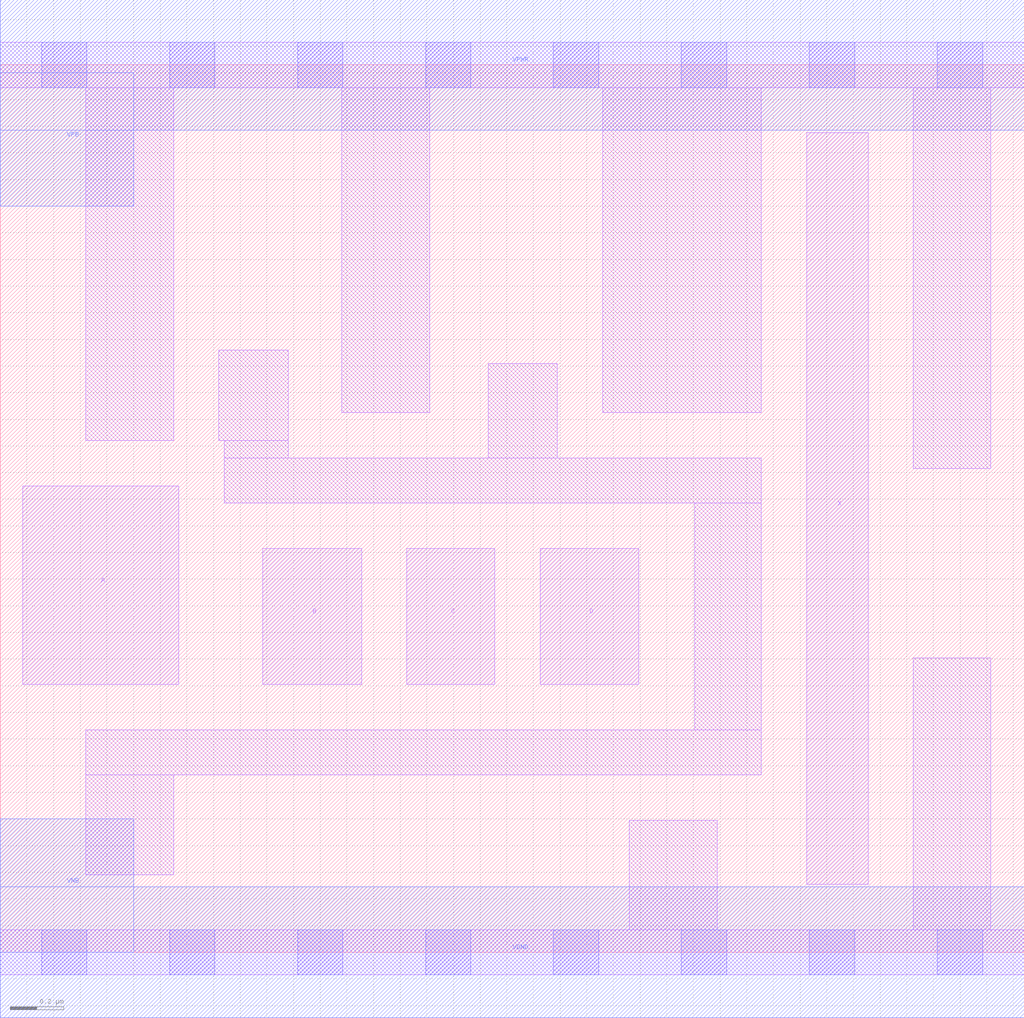
<source format=lef>
# Copyright 2020 The SkyWater PDK Authors
#
# Licensed under the Apache License, Version 2.0 (the "License");
# you may not use this file except in compliance with the License.
# You may obtain a copy of the License at
#
#     https://www.apache.org/licenses/LICENSE-2.0
#
# Unless required by applicable law or agreed to in writing, software
# distributed under the License is distributed on an "AS IS" BASIS,
# WITHOUT WARRANTIES OR CONDITIONS OF ANY KIND, either express or implied.
# See the License for the specific language governing permissions and
# limitations under the License.
#
# SPDX-License-Identifier: Apache-2.0

VERSION 5.5 ;
NAMESCASESENSITIVE ON ;
BUSBITCHARS "[]" ;
DIVIDERCHAR "/" ;
MACRO sky130_fd_sc_lp__and4_2
  CLASS CORE ;
  SOURCE USER ;
  ORIGIN  0.000000  0.000000 ;
  SIZE  3.840000 BY  3.330000 ;
  SYMMETRY X Y R90 ;
  SITE unit ;
  PIN A
    ANTENNAGATEAREA  0.126000 ;
    DIRECTION INPUT ;
    USE SIGNAL ;
    PORT
      LAYER li1 ;
        RECT 0.085000 1.005000 0.670000 1.750000 ;
    END
  END A
  PIN B
    ANTENNAGATEAREA  0.126000 ;
    DIRECTION INPUT ;
    USE SIGNAL ;
    PORT
      LAYER li1 ;
        RECT 0.985000 1.005000 1.355000 1.515000 ;
    END
  END B
  PIN C
    ANTENNAGATEAREA  0.126000 ;
    DIRECTION INPUT ;
    USE SIGNAL ;
    PORT
      LAYER li1 ;
        RECT 1.525000 1.005000 1.855000 1.515000 ;
    END
  END C
  PIN D
    ANTENNAGATEAREA  0.126000 ;
    DIRECTION INPUT ;
    USE SIGNAL ;
    PORT
      LAYER li1 ;
        RECT 2.025000 1.005000 2.395000 1.515000 ;
    END
  END D
  PIN X
    ANTENNADIFFAREA  0.588000 ;
    DIRECTION OUTPUT ;
    USE SIGNAL ;
    PORT
      LAYER li1 ;
        RECT 3.025000 0.255000 3.255000 3.075000 ;
    END
  END X
  PIN VGND
    DIRECTION INOUT ;
    USE GROUND ;
    PORT
      LAYER met1 ;
        RECT 0.000000 -0.245000 3.840000 0.245000 ;
    END
  END VGND
  PIN VNB
    DIRECTION INOUT ;
    USE GROUND ;
    PORT
      LAYER met1 ;
        RECT 0.000000 0.000000 0.500000 0.500000 ;
    END
  END VNB
  PIN VPB
    DIRECTION INOUT ;
    USE POWER ;
    PORT
      LAYER met1 ;
        RECT 0.000000 2.800000 0.500000 3.300000 ;
    END
  END VPB
  PIN VPWR
    DIRECTION INOUT ;
    USE POWER ;
    PORT
      LAYER met1 ;
        RECT 0.000000 3.085000 3.840000 3.575000 ;
    END
  END VPWR
  OBS
    LAYER li1 ;
      RECT 0.000000 -0.085000 3.840000 0.085000 ;
      RECT 0.000000  3.245000 3.840000 3.415000 ;
      RECT 0.320000  0.290000 0.650000 0.665000 ;
      RECT 0.320000  0.665000 2.855000 0.835000 ;
      RECT 0.320000  1.920000 0.650000 3.245000 ;
      RECT 0.820000  1.920000 1.080000 2.260000 ;
      RECT 0.840000  1.685000 2.855000 1.855000 ;
      RECT 0.840000  1.855000 1.080000 1.920000 ;
      RECT 1.280000  2.025000 1.610000 3.245000 ;
      RECT 1.830000  1.855000 2.090000 2.210000 ;
      RECT 2.260000  2.025000 2.855000 3.245000 ;
      RECT 2.360000  0.085000 2.690000 0.495000 ;
      RECT 2.605000  0.835000 2.855000 1.685000 ;
      RECT 3.425000  0.085000 3.715000 1.105000 ;
      RECT 3.425000  1.815000 3.715000 3.245000 ;
    LAYER mcon ;
      RECT 0.155000 -0.085000 0.325000 0.085000 ;
      RECT 0.155000  3.245000 0.325000 3.415000 ;
      RECT 0.635000 -0.085000 0.805000 0.085000 ;
      RECT 0.635000  3.245000 0.805000 3.415000 ;
      RECT 1.115000 -0.085000 1.285000 0.085000 ;
      RECT 1.115000  3.245000 1.285000 3.415000 ;
      RECT 1.595000 -0.085000 1.765000 0.085000 ;
      RECT 1.595000  3.245000 1.765000 3.415000 ;
      RECT 2.075000 -0.085000 2.245000 0.085000 ;
      RECT 2.075000  3.245000 2.245000 3.415000 ;
      RECT 2.555000 -0.085000 2.725000 0.085000 ;
      RECT 2.555000  3.245000 2.725000 3.415000 ;
      RECT 3.035000 -0.085000 3.205000 0.085000 ;
      RECT 3.035000  3.245000 3.205000 3.415000 ;
      RECT 3.515000 -0.085000 3.685000 0.085000 ;
      RECT 3.515000  3.245000 3.685000 3.415000 ;
  END
END sky130_fd_sc_lp__and4_2

</source>
